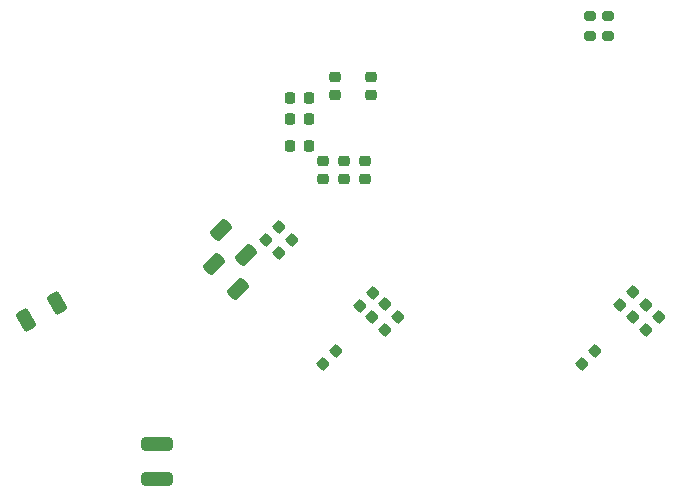
<source format=gbp>
%TF.GenerationSoftware,KiCad,Pcbnew,7.0.1-0*%
%TF.CreationDate,2023-07-11T13:22:56-05:00*%
%TF.ProjectId,plenum,706c656e-756d-42e6-9b69-6361645f7063,2*%
%TF.SameCoordinates,PXbe27330PY316a640*%
%TF.FileFunction,Paste,Bot*%
%TF.FilePolarity,Positive*%
%FSLAX46Y46*%
G04 Gerber Fmt 4.6, Leading zero omitted, Abs format (unit mm)*
G04 Created by KiCad (PCBNEW 7.0.1-0) date 2023-07-11 13:22:56*
%MOMM*%
%LPD*%
G01*
G04 APERTURE LIST*
G04 Aperture macros list*
%AMRoundRect*
0 Rectangle with rounded corners*
0 $1 Rounding radius*
0 $2 $3 $4 $5 $6 $7 $8 $9 X,Y pos of 4 corners*
0 Add a 4 corners polygon primitive as box body*
4,1,4,$2,$3,$4,$5,$6,$7,$8,$9,$2,$3,0*
0 Add four circle primitives for the rounded corners*
1,1,$1+$1,$2,$3*
1,1,$1+$1,$4,$5*
1,1,$1+$1,$6,$7*
1,1,$1+$1,$8,$9*
0 Add four rect primitives between the rounded corners*
20,1,$1+$1,$2,$3,$4,$5,0*
20,1,$1+$1,$4,$5,$6,$7,0*
20,1,$1+$1,$6,$7,$8,$9,0*
20,1,$1+$1,$8,$9,$2,$3,0*%
G04 Aperture macros list end*
%ADD10RoundRect,0.225000X0.017678X-0.335876X0.335876X-0.017678X-0.017678X0.335876X-0.335876X0.017678X0*%
%ADD11RoundRect,0.250000X0.689429X0.229810X0.229810X0.689429X-0.689429X-0.229810X-0.229810X-0.689429X0*%
%ADD12RoundRect,0.225000X-0.017678X0.335876X-0.335876X0.017678X0.017678X-0.335876X0.335876X-0.017678X0*%
%ADD13RoundRect,0.250000X1.075000X-0.312500X1.075000X0.312500X-1.075000X0.312500X-1.075000X-0.312500X0*%
%ADD14RoundRect,0.250000X-0.689429X-0.229810X-0.229810X-0.689429X0.689429X0.229810X0.229810X0.689429X0*%
%ADD15RoundRect,0.225000X0.250000X-0.225000X0.250000X0.225000X-0.250000X0.225000X-0.250000X-0.225000X0*%
%ADD16RoundRect,0.225000X-0.225000X-0.250000X0.225000X-0.250000X0.225000X0.250000X-0.225000X0.250000X0*%
%ADD17RoundRect,0.250000X-0.043542X0.725417X-0.606458X0.400417X0.043542X-0.725417X0.606458X-0.400417X0*%
%ADD18RoundRect,0.200000X-0.275000X0.200000X-0.275000X-0.200000X0.275000X-0.200000X0.275000X0.200000X0*%
%ADD19RoundRect,0.225000X-0.250000X0.225000X-0.250000X-0.225000X0.250000X-0.225000X0.250000X0.225000X0*%
G04 APERTURE END LIST*
D10*
%TO.C,C53*%
X-75224008Y-23408008D03*
X-74127992Y-22311992D03*
%TD*%
D11*
%TO.C,C51*%
X-77570017Y-27585983D03*
X-79655983Y-25500017D03*
%TD*%
D12*
%TO.C,C52*%
X-74081008Y-24551008D03*
X-72984992Y-23454992D03*
%TD*%
D13*
%TO.C,R11*%
X-84455000Y-43626500D03*
X-84455000Y-40701500D03*
%TD*%
D12*
%TO.C,C32*%
X-69301992Y-32852992D03*
X-70398008Y-33949008D03*
%TD*%
D14*
%TO.C,C50*%
X-76935017Y-24664983D03*
X-79020983Y-22579017D03*
%TD*%
D10*
%TO.C,C30*%
X-65148357Y-31052274D03*
X-64052341Y-29956258D03*
%TD*%
D12*
%TO.C,C33*%
X-47330992Y-32852992D03*
X-48427008Y-33949008D03*
%TD*%
D15*
%TO.C,C6*%
X-66802000Y-18301000D03*
X-66802000Y-16751000D03*
%TD*%
D16*
%TO.C,C10*%
X-73165000Y-15494000D03*
X-71615000Y-15494000D03*
%TD*%
D10*
%TO.C,C36*%
X-66225988Y-29974644D03*
X-65129972Y-28878628D03*
%TD*%
D15*
%TO.C,C9*%
X-70358000Y-18301000D03*
X-70358000Y-16751000D03*
%TD*%
D17*
%TO.C,C49*%
X-92956613Y-28726500D03*
X-95511387Y-30201500D03*
%TD*%
D10*
%TO.C,C37*%
X-44160235Y-29992578D03*
X-43064219Y-28896562D03*
%TD*%
%TO.C,C28*%
X-67223008Y-28996008D03*
X-66126992Y-27899992D03*
%TD*%
D16*
%TO.C,C4*%
X-73165000Y-11430000D03*
X-71615000Y-11430000D03*
%TD*%
%TO.C,C8*%
X-73165000Y-13208000D03*
X-71615000Y-13208000D03*
%TD*%
D10*
%TO.C,C29*%
X-45228673Y-28905755D03*
X-44132657Y-27809739D03*
%TD*%
D18*
%TO.C,R26*%
X-47752000Y-4509000D03*
X-47752000Y-6159000D03*
%TD*%
D15*
%TO.C,C5*%
X-68580000Y-18301000D03*
X-68580000Y-16751000D03*
%TD*%
D19*
%TO.C,C11*%
X-66294000Y-9639000D03*
X-66294000Y-11189000D03*
%TD*%
%TO.C,C7*%
X-69342000Y-9639000D03*
X-69342000Y-11189000D03*
%TD*%
D18*
%TO.C,R25*%
X-46228000Y-4509000D03*
X-46228000Y-6159000D03*
%TD*%
D10*
%TO.C,C31*%
X-43082604Y-31070209D03*
X-41986588Y-29974193D03*
%TD*%
M02*

</source>
